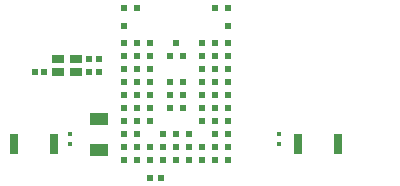
<source format=gtp>
G04*
G04 #@! TF.GenerationSoftware,Altium Limited,Altium Designer,21.6.4 (81)*
G04*
G04 Layer_Color=8421504*
%FSLAX44Y44*%
%MOMM*%
G71*
G04*
G04 #@! TF.SameCoordinates,75E8EA60-7A1B-4F35-BD82-ACC1B6EDD98F*
G04*
G04*
G04 #@! TF.FilePolarity,Positive*
G04*
G01*
G75*
%ADD16R,0.3500X0.3600*%
%ADD17R,0.5200X0.5500*%
%ADD18R,0.8000X1.7000*%
%ADD19R,1.5500X1.0000*%
%ADD20C,0.0100*%
%ADD21R,0.6000X0.6000*%
%ADD22R,1.0000X0.8000*%
%ADD23R,0.6200X0.6200*%
D16*
X287250Y95550D02*
D03*
Y103950D02*
D03*
X110500D02*
D03*
Y95550D02*
D03*
D17*
X126500Y168000D02*
D03*
X134500D02*
D03*
Y157000D02*
D03*
X126500D02*
D03*
X80500D02*
D03*
X88500D02*
D03*
D18*
X337000Y95500D02*
D03*
X303000D02*
D03*
X97000D02*
D03*
X63000D02*
D03*
D19*
X135000Y117000D02*
D03*
Y91000D02*
D03*
D20*
X368550Y102650D02*
D03*
X381250D02*
D03*
X368550Y89950D02*
D03*
X381250D02*
D03*
X368550Y77250D02*
D03*
X381250D02*
D03*
D21*
X194500Y170000D02*
D03*
X156000Y211000D02*
D03*
Y196000D02*
D03*
X156000Y181000D02*
D03*
Y170000D02*
D03*
Y159000D02*
D03*
Y148000D02*
D03*
Y137000D02*
D03*
Y126000D02*
D03*
Y115000D02*
D03*
Y104000D02*
D03*
Y93000D02*
D03*
Y82000D02*
D03*
X167000Y211000D02*
D03*
X167000Y181000D02*
D03*
Y170000D02*
D03*
Y159000D02*
D03*
Y148000D02*
D03*
Y137000D02*
D03*
Y126000D02*
D03*
Y115000D02*
D03*
Y104000D02*
D03*
Y93000D02*
D03*
Y82000D02*
D03*
X178000Y181000D02*
D03*
Y170000D02*
D03*
Y159000D02*
D03*
Y148000D02*
D03*
Y137000D02*
D03*
Y126000D02*
D03*
Y115000D02*
D03*
Y93000D02*
D03*
Y82000D02*
D03*
X189000Y104000D02*
D03*
Y93000D02*
D03*
Y82000D02*
D03*
X200000Y181000D02*
D03*
X194500Y148000D02*
D03*
Y126000D02*
D03*
X200000Y104000D02*
D03*
Y93000D02*
D03*
Y82000D02*
D03*
X211000Y104000D02*
D03*
Y93000D02*
D03*
Y82000D02*
D03*
X222000Y181000D02*
D03*
Y170000D02*
D03*
Y159000D02*
D03*
Y148000D02*
D03*
Y137000D02*
D03*
Y126000D02*
D03*
Y115000D02*
D03*
Y93000D02*
D03*
Y82000D02*
D03*
X233000Y211000D02*
D03*
X233000Y181000D02*
D03*
Y170000D02*
D03*
Y159000D02*
D03*
Y148000D02*
D03*
Y137000D02*
D03*
Y126000D02*
D03*
Y115000D02*
D03*
Y104000D02*
D03*
Y93000D02*
D03*
Y82000D02*
D03*
X244000Y211000D02*
D03*
Y196000D02*
D03*
Y181000D02*
D03*
Y170000D02*
D03*
Y159000D02*
D03*
Y148000D02*
D03*
Y137000D02*
D03*
Y126000D02*
D03*
Y115000D02*
D03*
Y104000D02*
D03*
Y93000D02*
D03*
Y82000D02*
D03*
X194500Y137000D02*
D03*
X205500Y170000D02*
D03*
Y148000D02*
D03*
Y126000D02*
D03*
Y137000D02*
D03*
D22*
X100000Y168000D02*
D03*
X115000D02*
D03*
Y157000D02*
D03*
X100000D02*
D03*
D23*
X178000Y67000D02*
D03*
X187000D02*
D03*
M02*

</source>
